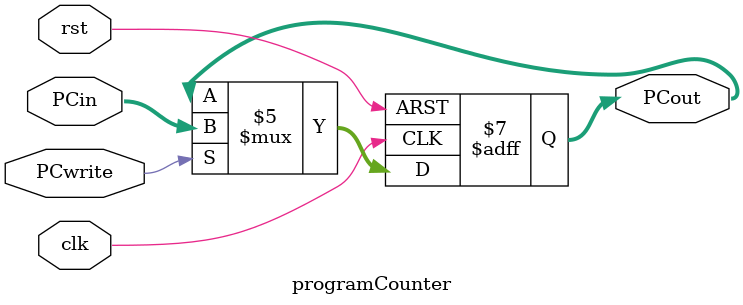
<source format=v>
module programCounter(PCout, PCin, rst, clk, PCwrite);

	input [15:0] PCin;
	input rst, clk,PCwrite;
	output reg [15:0] PCout;

	initial begin
	PCout <= 0;
	end

	always @(posedge clk, negedge rst) begin
		if(!rst)
			PCout <= 0; 
			//PCout <= PCout; 
		else begin
			if(PCwrite == 1) begin 
				PCout <= PCin;
			end 
				
		end 
	end

endmodule 

</source>
